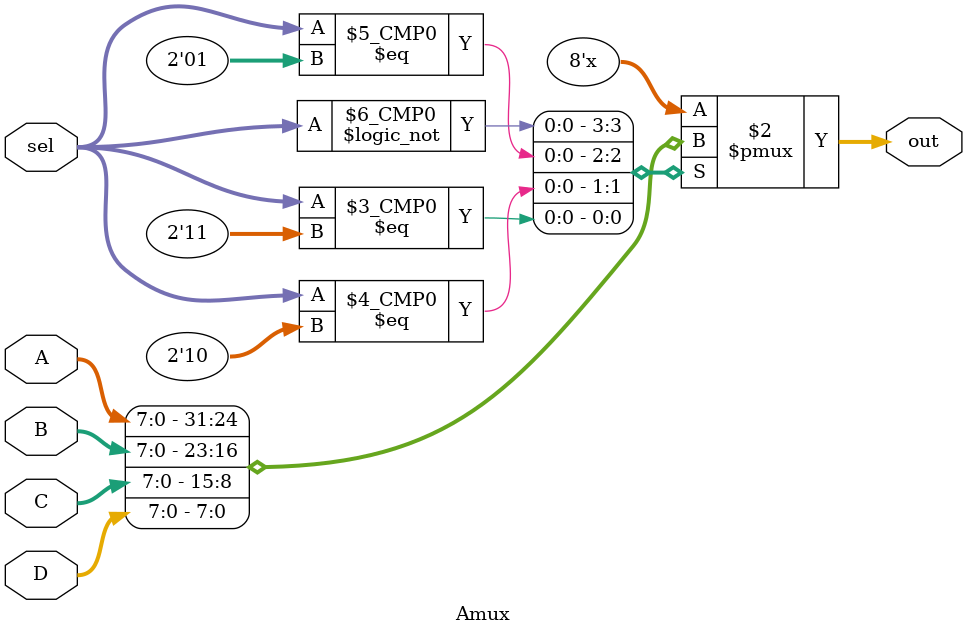
<source format=v>
module Amux (A, B, C, D, sel, out);
	input [7:0] A, B, C, D;
	input [1:0] sel;
	output reg [7:0] out;
	
	always @ (*)
	
	case (sel)
		2'b00: out <= A;
		2'b01: out <= B;
		2'b10: out <= C;
		2'b11: out <= D;
		default: out <= 2'bxx;
	endcase

endmodule

</source>
